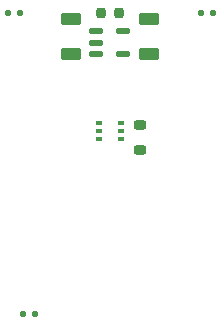
<source format=gbr>
%TF.GenerationSoftware,KiCad,Pcbnew,8.0.7*%
%TF.CreationDate,2024-12-10T14:46:16+07:00*%
%TF.ProjectId,CH551G_DEVKIT_V0,43483535-3147-45f4-9445-564b49545f56,rev?*%
%TF.SameCoordinates,Original*%
%TF.FileFunction,Paste,Bot*%
%TF.FilePolarity,Positive*%
%FSLAX46Y46*%
G04 Gerber Fmt 4.6, Leading zero omitted, Abs format (unit mm)*
G04 Created by KiCad (PCBNEW 8.0.7) date 2024-12-10 14:46:16*
%MOMM*%
%LPD*%
G01*
G04 APERTURE LIST*
G04 Aperture macros list*
%AMRoundRect*
0 Rectangle with rounded corners*
0 $1 Rounding radius*
0 $2 $3 $4 $5 $6 $7 $8 $9 X,Y pos of 4 corners*
0 Add a 4 corners polygon primitive as box body*
4,1,4,$2,$3,$4,$5,$6,$7,$8,$9,$2,$3,0*
0 Add four circle primitives for the rounded corners*
1,1,$1+$1,$2,$3*
1,1,$1+$1,$4,$5*
1,1,$1+$1,$6,$7*
1,1,$1+$1,$8,$9*
0 Add four rect primitives between the rounded corners*
20,1,$1+$1,$2,$3,$4,$5,0*
20,1,$1+$1,$4,$5,$6,$7,0*
20,1,$1+$1,$6,$7,$8,$9,0*
20,1,$1+$1,$8,$9,$2,$3,0*%
G04 Aperture macros list end*
%ADD10RoundRect,0.109600X-0.109600X-0.159600X0.109600X-0.159600X0.109600X0.159600X-0.109600X0.159600X0*%
%ADD11RoundRect,0.227913X0.621287X-0.296287X0.621287X0.296287X-0.621287X0.296287X-0.621287X-0.296287X0*%
%ADD12RoundRect,0.074600X0.199600X0.074600X-0.199600X0.074600X-0.199600X-0.074600X0.199600X-0.074600X0*%
%ADD13RoundRect,0.199600X0.199600X0.224600X-0.199600X0.224600X-0.199600X-0.224600X0.199600X-0.224600X0*%
%ADD14RoundRect,0.193350X-0.355850X0.193350X-0.355850X-0.193350X0.355850X-0.193350X0.355850X0.193350X0*%
%ADD15RoundRect,0.124600X-0.487100X-0.124600X0.487100X-0.124600X0.487100X0.124600X-0.487100X0.124600X0*%
%ADD16RoundRect,0.109600X0.109600X0.159600X-0.109600X0.159600X-0.109600X-0.159600X0.109600X-0.159600X0*%
G04 APERTURE END LIST*
D10*
%TO.C,R2*%
X185545000Y-78816200D03*
X186565000Y-78816200D03*
%TD*%
D11*
%TO.C,C7*%
X197485000Y-82323200D03*
X197485000Y-79373200D03*
%TD*%
D12*
%TO.C,U1*%
X195133000Y-88199200D03*
X195133000Y-88849200D03*
X195133000Y-89499200D03*
X193233000Y-89499200D03*
X193233000Y-88849200D03*
X193233000Y-88199200D03*
%TD*%
D13*
%TO.C,C8*%
X194958000Y-78816200D03*
X193408000Y-78816200D03*
%TD*%
D14*
%TO.C,FB1*%
X196773800Y-88320100D03*
X196773800Y-90445100D03*
%TD*%
D15*
%TO.C,U3*%
X193045500Y-82306200D03*
X193045500Y-81356200D03*
X193045500Y-80406200D03*
X195320500Y-80406200D03*
X195320500Y-82306200D03*
%TD*%
D16*
%TO.C,R1*%
X202948000Y-78816200D03*
X201928000Y-78816200D03*
%TD*%
D10*
%TO.C,R4*%
X186815000Y-104343200D03*
X187835000Y-104343200D03*
%TD*%
D11*
%TO.C,C6*%
X190881000Y-82323200D03*
X190881000Y-79373200D03*
%TD*%
M02*

</source>
